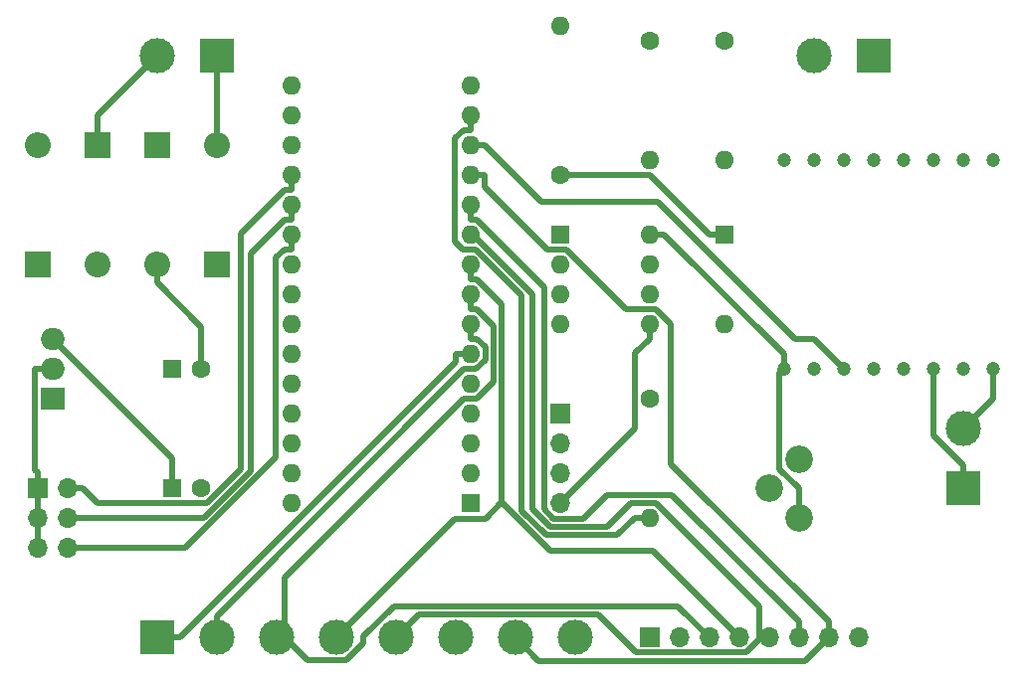
<source format=gbr>
%TF.GenerationSoftware,KiCad,Pcbnew,(6.0.4)*%
%TF.CreationDate,2022-08-02T08:21:37+02:00*%
%TF.ProjectId,DA01,44413031-2e6b-4696-9361-645f70636258,1.1*%
%TF.SameCoordinates,Original*%
%TF.FileFunction,Copper,L2,Bot*%
%TF.FilePolarity,Positive*%
%FSLAX46Y46*%
G04 Gerber Fmt 4.6, Leading zero omitted, Abs format (unit mm)*
G04 Created by KiCad (PCBNEW (6.0.4)) date 2022-08-02 08:21:37*
%MOMM*%
%LPD*%
G01*
G04 APERTURE LIST*
%TA.AperFunction,ComponentPad*%
%ADD10R,1.600000X1.600000*%
%TD*%
%TA.AperFunction,ComponentPad*%
%ADD11O,1.600000X1.600000*%
%TD*%
%TA.AperFunction,ComponentPad*%
%ADD12C,1.600000*%
%TD*%
%TA.AperFunction,ComponentPad*%
%ADD13R,2.200000X2.200000*%
%TD*%
%TA.AperFunction,ComponentPad*%
%ADD14O,2.200000X2.200000*%
%TD*%
%TA.AperFunction,ComponentPad*%
%ADD15R,3.000000X3.000000*%
%TD*%
%TA.AperFunction,ComponentPad*%
%ADD16C,3.000000*%
%TD*%
%TA.AperFunction,ComponentPad*%
%ADD17C,2.340000*%
%TD*%
%TA.AperFunction,ComponentPad*%
%ADD18R,2.000000X1.905000*%
%TD*%
%TA.AperFunction,ComponentPad*%
%ADD19O,2.000000X1.905000*%
%TD*%
%TA.AperFunction,ComponentPad*%
%ADD20C,1.200000*%
%TD*%
%TA.AperFunction,ComponentPad*%
%ADD21R,1.700000X1.700000*%
%TD*%
%TA.AperFunction,ComponentPad*%
%ADD22O,1.700000X1.700000*%
%TD*%
%TA.AperFunction,Conductor*%
%ADD23C,0.500000*%
%TD*%
G04 APERTURE END LIST*
D10*
%TO.P,A1,1*%
%TO.N,Net-(A1-Pad1)*%
X54610000Y-57150000D03*
D11*
%TO.P,A1,2*%
%TO.N,Net-(A1-Pad2)*%
X54610000Y-54610000D03*
%TO.P,A1,3*%
%TO.N,Net-(A1-Pad3)*%
X54610000Y-52070000D03*
%TO.P,A1,4*%
%TO.N,Net-(A1-Pad4)*%
X54610000Y-49530000D03*
%TO.P,A1,5*%
%TO.N,DCC*%
X54610000Y-46990000D03*
%TO.P,A1,6*%
%TO.N,BTN_A1*%
X54610000Y-44450000D03*
%TO.P,A1,7*%
%TO.N,BTN_A2*%
X54610000Y-41910000D03*
%TO.P,A1,8*%
%TO.N,BTN_B1*%
X54610000Y-39370000D03*
%TO.P,A1,9*%
%TO.N,BTN_B2*%
X54610000Y-36830000D03*
%TO.P,A1,10*%
%TO.N,BTN_C1*%
X54610000Y-34290000D03*
%TO.P,A1,11*%
%TO.N,BTN_C2*%
X54610000Y-31750000D03*
%TO.P,A1,12*%
%TO.N,BTN_RAND*%
X54610000Y-29210000D03*
%TO.P,A1,13*%
%TO.N,DFP_RX*%
X54610000Y-26670000D03*
%TO.P,A1,14*%
%TO.N,DFP_TX*%
X54610000Y-24130000D03*
%TO.P,A1,15*%
%TO.N,Net-(A1-Pad15)*%
X54610000Y-21590000D03*
%TO.P,A1,16*%
%TO.N,Net-(A1-Pad16)*%
X39370000Y-21590000D03*
%TO.P,A1,17*%
%TO.N,Net-(A1-Pad17)*%
X39370000Y-24130000D03*
%TO.P,A1,18*%
%TO.N,Net-(A1-Pad18)*%
X39370000Y-26670000D03*
%TO.P,A1,19*%
%TO.N,BTN_MODE_A*%
X39370000Y-29210000D03*
%TO.P,A1,20*%
%TO.N,BTN_MODE_B*%
X39370000Y-31750000D03*
%TO.P,A1,21*%
%TO.N,BTN_MODE_C*%
X39370000Y-34290000D03*
%TO.P,A1,22*%
%TO.N,Net-(A1-Pad22)*%
X39370000Y-36830000D03*
%TO.P,A1,23*%
%TO.N,Net-(A1-Pad23)*%
X39370000Y-39370000D03*
%TO.P,A1,24*%
%TO.N,Net-(A1-Pad24)*%
X39370000Y-41910000D03*
%TO.P,A1,25*%
%TO.N,Net-(A1-Pad25)*%
X39370000Y-44450000D03*
%TO.P,A1,26*%
%TO.N,VOL_POT*%
X39370000Y-46990000D03*
%TO.P,A1,27*%
%TO.N,Net-(A1-Pad27)*%
X39370000Y-49530000D03*
%TO.P,A1,28*%
%TO.N,Net-(A1-Pad28)*%
X39370000Y-52070000D03*
%TO.P,A1,29*%
%TO.N,GND*%
X39370000Y-54610000D03*
%TO.P,A1,30*%
%TO.N,+5V*%
X39370000Y-57150000D03*
%TD*%
D10*
%TO.P,C1,1*%
%TO.N,VCC*%
X29210000Y-45720000D03*
D12*
%TO.P,C1,2*%
%TO.N,GND*%
X31710000Y-45720000D03*
%TD*%
D10*
%TO.P,C2,1*%
%TO.N,+5V*%
X29210000Y-55880000D03*
D12*
%TO.P,C2,2*%
%TO.N,GND*%
X31710000Y-55880000D03*
%TD*%
D13*
%TO.P,D3,1*%
%TO.N,Net-(D1-Pad2)*%
X27940000Y-26670000D03*
D14*
%TO.P,D3,2*%
%TO.N,GND*%
X27940000Y-36830000D03*
%TD*%
D13*
%TO.P,D4,1*%
%TO.N,Net-(D2-Pad2)*%
X22860000Y-26670000D03*
D14*
%TO.P,D4,2*%
%TO.N,GND*%
X22860000Y-36830000D03*
%TD*%
D10*
%TO.P,D5,1*%
%TO.N,Net-(D5-Pad1)*%
X76200000Y-34290000D03*
D11*
%TO.P,D5,2*%
%TO.N,Net-(D5-Pad2)*%
X76200000Y-41910000D03*
%TD*%
D15*
%TO.P,J2,1*%
%TO.N,Net-(D1-Pad2)*%
X33020000Y-19050000D03*
D16*
%TO.P,J2,2*%
%TO.N,Net-(D2-Pad2)*%
X27940000Y-19050000D03*
%TD*%
D15*
%TO.P,J3,1*%
%TO.N,Net-(J3-Pad1)*%
X88900000Y-19050000D03*
D16*
%TO.P,J3,2*%
%TO.N,Net-(D5-Pad2)*%
X83820000Y-19050000D03*
%TD*%
D15*
%TO.P,J6,1*%
%TO.N,Net-(J6-Pad1)*%
X96520000Y-55880000D03*
D16*
%TO.P,J6,2*%
%TO.N,Net-(J6-Pad2)*%
X96520000Y-50800000D03*
%TD*%
D12*
%TO.P,R1,1*%
%TO.N,+5V*%
X69850000Y-17780000D03*
D11*
%TO.P,R1,2*%
%TO.N,Net-(R1-Pad2)*%
X69850000Y-27940000D03*
%TD*%
D12*
%TO.P,R2,1*%
%TO.N,+5V*%
X76200000Y-17780000D03*
D11*
%TO.P,R2,2*%
%TO.N,DCC*%
X76200000Y-27940000D03*
%TD*%
D12*
%TO.P,R3,1*%
%TO.N,Net-(D5-Pad1)*%
X62230000Y-29210000D03*
D11*
%TO.P,R3,2*%
%TO.N,Net-(J3-Pad1)*%
X62230000Y-16510000D03*
%TD*%
D17*
%TO.P,RV1,1*%
%TO.N,+5V*%
X82550000Y-58420000D03*
%TO.P,RV1,2*%
%TO.N,VOL_POT*%
X80050000Y-55920000D03*
%TO.P,RV1,3*%
%TO.N,GND*%
X82550000Y-53420000D03*
%TD*%
D18*
%TO.P,U1,1*%
%TO.N,VCC*%
X19050000Y-48260000D03*
D19*
%TO.P,U1,2*%
%TO.N,GND*%
X19050000Y-45720000D03*
%TO.P,U1,3*%
%TO.N,+5V*%
X19050000Y-43180000D03*
%TD*%
D20*
%TO.P,U3,1*%
%TO.N,+5V*%
X81280000Y-45720000D03*
%TO.P,U3,2*%
%TO.N,Net-(R4-Pad1)*%
X83820000Y-45720000D03*
%TO.P,U3,3*%
%TO.N,DFP_RX*%
X86360000Y-45720000D03*
%TO.P,U3,4*%
%TO.N,Net-(U3-Pad4)*%
X88900000Y-45720000D03*
%TO.P,U3,5*%
%TO.N,Net-(U3-Pad5)*%
X91440000Y-45720000D03*
%TO.P,U3,6*%
%TO.N,Net-(J6-Pad1)*%
X93980000Y-45720000D03*
%TO.P,U3,7*%
%TO.N,GND*%
X96520000Y-45720000D03*
%TO.P,U3,8*%
%TO.N,Net-(J6-Pad2)*%
X99060000Y-45720000D03*
%TO.P,U3,9*%
%TO.N,Net-(U3-Pad9)*%
X99060000Y-27940000D03*
%TO.P,U3,10*%
%TO.N,Net-(U3-Pad10)*%
X96520000Y-27940000D03*
%TO.P,U3,11*%
%TO.N,Net-(U3-Pad11)*%
X93980000Y-27940000D03*
%TO.P,U3,12*%
%TO.N,Net-(U3-Pad12)*%
X91440000Y-27940000D03*
%TO.P,U3,13*%
%TO.N,Net-(U3-Pad13)*%
X88900000Y-27940000D03*
%TO.P,U3,14*%
%TO.N,Net-(U3-Pad14)*%
X86360000Y-27940000D03*
%TO.P,U3,15*%
%TO.N,Net-(U3-Pad15)*%
X83820000Y-27940000D03*
%TO.P,U3,16*%
%TO.N,Net-(U3-Pad16)*%
X81280000Y-27940000D03*
%TD*%
D10*
%TO.P,U2,1*%
%TO.N,Net-(U2-Pad1)*%
X62230000Y-34290000D03*
D11*
%TO.P,U2,2*%
%TO.N,Net-(D5-Pad1)*%
X62230000Y-36830000D03*
%TO.P,U2,3*%
%TO.N,Net-(D5-Pad2)*%
X62230000Y-39370000D03*
%TO.P,U2,4*%
%TO.N,N/C*%
X62230000Y-41910000D03*
%TO.P,U2,5*%
%TO.N,GND*%
X69850000Y-41910000D03*
%TO.P,U2,6*%
%TO.N,DCC*%
X69850000Y-39370000D03*
%TO.P,U2,7*%
%TO.N,Net-(R1-Pad2)*%
X69850000Y-36830000D03*
%TO.P,U2,8*%
%TO.N,+5V*%
X69850000Y-34290000D03*
%TD*%
D13*
%TO.P,D2,1*%
%TO.N,VCC*%
X17780000Y-36830000D03*
D14*
%TO.P,D2,2*%
%TO.N,Net-(D2-Pad2)*%
X17780000Y-26670000D03*
%TD*%
D13*
%TO.P,D1,1*%
%TO.N,VCC*%
X33020000Y-36830000D03*
D14*
%TO.P,D1,2*%
%TO.N,Net-(D1-Pad2)*%
X33020000Y-26670000D03*
%TD*%
D21*
%TO.P,J4,1*%
%TO.N,GND*%
X17780000Y-55880000D03*
D22*
%TO.P,J4,2*%
%TO.N,BTN_MODE_A*%
X20320000Y-55880000D03*
%TO.P,J4,3*%
%TO.N,GND*%
X17780000Y-58420000D03*
%TO.P,J4,4*%
%TO.N,BTN_MODE_B*%
X20320000Y-58420000D03*
%TO.P,J4,5*%
%TO.N,GND*%
X17780000Y-60960000D03*
%TO.P,J4,6*%
%TO.N,BTN_MODE_C*%
X20320000Y-60960000D03*
%TD*%
D21*
%TO.P,J7,1*%
%TO.N,BTN_A1*%
X69850000Y-68580000D03*
D22*
%TO.P,J7,2*%
%TO.N,BTN_A2*%
X72390000Y-68580000D03*
%TO.P,J7,3*%
%TO.N,BTN_B1*%
X74930000Y-68580000D03*
%TO.P,J7,4*%
%TO.N,BTN_B2*%
X77470000Y-68580000D03*
%TO.P,J7,5*%
%TO.N,BTN_C1*%
X80010000Y-68580000D03*
%TO.P,J7,6*%
%TO.N,BTN_C2*%
X82550000Y-68580000D03*
%TO.P,J7,7*%
%TO.N,BTN_RAND*%
X85090000Y-68580000D03*
%TO.P,J7,8*%
%TO.N,GND*%
X87630000Y-68580000D03*
%TD*%
D15*
%TO.P,J5,1*%
%TO.N,BTN_A1*%
X27940000Y-68580000D03*
D16*
%TO.P,J5,2*%
%TO.N,BTN_A2*%
X33020000Y-68580000D03*
%TO.P,J5,3*%
%TO.N,BTN_B1*%
X38100000Y-68580000D03*
%TO.P,J5,4*%
%TO.N,BTN_B2*%
X43180000Y-68580000D03*
%TO.P,J5,5*%
%TO.N,BTN_C1*%
X48260000Y-68580000D03*
%TO.P,J5,6*%
%TO.N,BTN_C2*%
X53340000Y-68580000D03*
%TO.P,J5,7*%
%TO.N,BTN_RAND*%
X58420000Y-68580000D03*
%TO.P,J5,8*%
%TO.N,GND*%
X63500000Y-68580000D03*
%TD*%
D21*
%TO.P,J1,1*%
%TO.N,VCC*%
X62230000Y-49530000D03*
D22*
%TO.P,J1,2*%
%TO.N,Net-(A1-Pad2)*%
X62230000Y-52070000D03*
%TO.P,J1,3*%
%TO.N,Net-(A1-Pad1)*%
X62230000Y-54610000D03*
%TO.P,J1,4*%
%TO.N,GND*%
X62230000Y-57150000D03*
%TD*%
D12*
%TO.P,R4,1*%
%TO.N,Net-(R4-Pad1)*%
X69850000Y-48260000D03*
D11*
%TO.P,R4,2*%
%TO.N,DFP_TX*%
X69850000Y-58420000D03*
%TD*%
D23*
%TO.N,BTN_MODE_A*%
X35065800Y-54308100D02*
X35065800Y-34220600D01*
X21620300Y-55880000D02*
X22871800Y-57131500D01*
X32242400Y-57131500D02*
X35065800Y-54308100D01*
X35065800Y-34220600D02*
X38826100Y-30460300D01*
X22871800Y-57131500D02*
X32242400Y-57131500D01*
X38826100Y-30460300D02*
X39370000Y-30460300D01*
X20320000Y-55880000D02*
X21620300Y-55880000D01*
X39370000Y-29210000D02*
X39370000Y-30460300D01*
%TO.N,BTN_MODE_B*%
X21620300Y-58420000D02*
X31944400Y-58420000D01*
X35921800Y-54442600D02*
X35921800Y-35904600D01*
X31944400Y-58420000D02*
X35921800Y-54442600D01*
X20320000Y-58420000D02*
X21620300Y-58420000D01*
X38826100Y-33000300D02*
X39370000Y-33000300D01*
X35921800Y-35904600D02*
X38826100Y-33000300D01*
X39370000Y-31750000D02*
X39370000Y-33000300D01*
%TO.N,BTN_MODE_C*%
X20320000Y-60960000D02*
X30394900Y-60960000D01*
X39370000Y-34290000D02*
X39370000Y-35540300D01*
X38080400Y-36286000D02*
X38826100Y-35540300D01*
X38080400Y-53274500D02*
X38080400Y-36286000D01*
X38826100Y-35540300D02*
X39370000Y-35540300D01*
X30394900Y-60960000D02*
X38080400Y-53274500D01*
%TO.N,BTN_A1*%
X27940000Y-68580000D02*
X29890300Y-68580000D01*
X54610000Y-44450000D02*
X53359700Y-44450000D01*
X53359700Y-45110600D02*
X53359700Y-44450000D01*
X29890300Y-68580000D02*
X53359700Y-45110600D01*
%TO.N,BTN_A2*%
X55892500Y-44935900D02*
X55892500Y-43900000D01*
X55152800Y-43160300D02*
X54610000Y-43160300D01*
X33020000Y-66800100D02*
X54100100Y-45720000D01*
X33020000Y-68580000D02*
X33020000Y-66800100D01*
X54100100Y-45720000D02*
X55108400Y-45720000D01*
X55892500Y-43900000D02*
X55152800Y-43160300D01*
X55108400Y-45720000D02*
X55892500Y-44935900D01*
X54610000Y-41910000D02*
X54610000Y-43160300D01*
%TO.N,BTN_B1*%
X54610000Y-39370000D02*
X54610000Y-40620300D01*
X56592800Y-42059200D02*
X55153900Y-40620300D01*
X38804300Y-68580000D02*
X38804300Y-63551900D01*
X38804300Y-63551900D02*
X54096200Y-48260000D01*
X45536700Y-69097600D02*
X44100000Y-70534300D01*
X48149800Y-65929300D02*
X45536700Y-68542400D01*
X38804300Y-68580000D02*
X38100000Y-68580000D01*
X56592800Y-46854100D02*
X56592800Y-42059200D01*
X40758600Y-70534300D02*
X38804300Y-68580000D01*
X44100000Y-70534300D02*
X40758600Y-70534300D01*
X54096200Y-48260000D02*
X55186900Y-48260000D01*
X74930000Y-68580000D02*
X72279300Y-65929300D01*
X55186900Y-48260000D02*
X56592800Y-46854100D01*
X55153900Y-40620300D02*
X54610000Y-40620300D01*
X45536700Y-68542400D02*
X45536700Y-69097600D01*
X72279300Y-65929300D02*
X48149800Y-65929300D01*
%TO.N,BTN_B2*%
X55162200Y-38080300D02*
X54610000Y-38080300D01*
X53260600Y-58499400D02*
X55892500Y-58499400D01*
X61432700Y-61238400D02*
X70128400Y-61238400D01*
X70128400Y-61238400D02*
X77470000Y-68580000D01*
X57293100Y-57098800D02*
X57293100Y-40211200D01*
X54610000Y-36830000D02*
X54610000Y-38080300D01*
X43180000Y-68580000D02*
X53260600Y-58499400D01*
X57293100Y-40211200D02*
X55162200Y-38080300D01*
X57293100Y-57098800D02*
X61432700Y-61238400D01*
X55892500Y-58499400D02*
X57293100Y-57098800D01*
%TO.N,BTN_C1*%
X79215100Y-68735700D02*
X78070500Y-69880300D01*
X78070500Y-69880300D02*
X68742500Y-69880300D01*
X79215100Y-68580000D02*
X79215100Y-68735700D01*
X61418600Y-59179400D02*
X66257400Y-59179400D01*
X80010000Y-68580000D02*
X79215100Y-68580000D01*
X65491800Y-66629600D02*
X50210400Y-66629600D01*
X68742500Y-69880300D02*
X65491800Y-66629600D01*
X79215100Y-66008000D02*
X79215100Y-68580000D01*
X59911900Y-57672700D02*
X61418600Y-59179400D01*
X70373900Y-57166800D02*
X79215100Y-66008000D01*
X68270000Y-57166800D02*
X70373900Y-57166800D01*
X50210400Y-66629600D02*
X48260000Y-68580000D01*
X66257400Y-59179400D02*
X68270000Y-57166800D01*
X54847100Y-34290000D02*
X59911900Y-39354800D01*
X54610000Y-34290000D02*
X54847100Y-34290000D01*
X59911900Y-39354800D02*
X59911900Y-57672700D01*
%TO.N,BTN_C2*%
X66221400Y-56466400D02*
X64208800Y-58479000D01*
X82550000Y-67279700D02*
X71736700Y-56466400D01*
X61708800Y-58479000D02*
X60929600Y-57699800D01*
X55153900Y-33000300D02*
X54610000Y-33000300D01*
X60929600Y-38776000D02*
X55153900Y-33000300D01*
X82550000Y-68580000D02*
X82550000Y-67279700D01*
X71736700Y-56466400D02*
X66221400Y-56466400D01*
X64208800Y-58479000D02*
X61708800Y-58479000D01*
X60929600Y-57699800D02*
X60929600Y-38776000D01*
X54610000Y-31750000D02*
X54610000Y-33000300D01*
%TO.N,BTN_RAND*%
X71630200Y-41911700D02*
X70358500Y-40640000D01*
X55860300Y-30225500D02*
X55860300Y-29210000D01*
X70358500Y-40640000D02*
X67840200Y-40640000D01*
X85090000Y-67981800D02*
X85090000Y-67279700D01*
X67840200Y-40640000D02*
X62740600Y-35540400D01*
X54610000Y-29210000D02*
X55860300Y-29210000D01*
X61175200Y-35540400D02*
X55860300Y-30225500D01*
X83065800Y-70604200D02*
X60444200Y-70604200D01*
X85090000Y-67981800D02*
X85090000Y-68580000D01*
X62740600Y-35540400D02*
X61175200Y-35540400D01*
X71630200Y-53819900D02*
X71630200Y-41911700D01*
X85090000Y-68580000D02*
X83065800Y-70604200D01*
X60444200Y-70604200D02*
X58420000Y-68580000D01*
X85090000Y-67279700D02*
X71630200Y-53819900D01*
%TO.N,DFP_RX*%
X83822000Y-43182000D02*
X82240000Y-43182000D01*
X86360000Y-45720000D02*
X83822000Y-43182000D01*
X70544300Y-31486300D02*
X60676600Y-31486300D01*
X60676600Y-31486300D02*
X55860300Y-26670000D01*
X82240000Y-43182000D02*
X70544300Y-31486300D01*
X54610000Y-26670000D02*
X55860300Y-26670000D01*
%TO.N,GND*%
X17780000Y-55880000D02*
X17780000Y-54579700D01*
X69850000Y-43160300D02*
X68599700Y-44410600D01*
X31710000Y-45720000D02*
X31710000Y-42150300D01*
X68599700Y-50780300D02*
X62230000Y-57150000D01*
X19050000Y-45720000D02*
X17599700Y-45720000D01*
X68599700Y-44410600D02*
X68599700Y-50780300D01*
X17599700Y-54399400D02*
X17780000Y-54579700D01*
X27940000Y-36830000D02*
X27940000Y-38380300D01*
X31710000Y-42150300D02*
X27940000Y-38380300D01*
X17780000Y-58420000D02*
X17780000Y-55880000D01*
X69850000Y-41910000D02*
X69850000Y-43160300D01*
X17599700Y-45720000D02*
X17599700Y-54399400D01*
X17780000Y-60960000D02*
X17780000Y-58420000D01*
%TO.N,DFP_TX*%
X54610000Y-24130000D02*
X54610000Y-25380300D01*
X55112200Y-35560000D02*
X58995300Y-39443100D01*
X54066100Y-25380300D02*
X53320400Y-26126000D01*
X53320400Y-34863600D02*
X54016800Y-35560000D01*
X53320400Y-26126000D02*
X53320400Y-34863600D01*
X69850000Y-58420000D02*
X68599700Y-58420000D01*
X58995300Y-57810500D02*
X61072200Y-59887400D01*
X54610000Y-25380300D02*
X54066100Y-25380300D01*
X67132300Y-59887400D02*
X68599700Y-58420000D01*
X58995300Y-39443100D02*
X58995300Y-57810500D01*
X61072200Y-59887400D02*
X67132300Y-59887400D01*
X54016800Y-35560000D02*
X55112200Y-35560000D01*
%TO.N,+5V*%
X80911400Y-46088600D02*
X80911400Y-54281300D01*
X29210000Y-53340000D02*
X29210000Y-55880000D01*
X71100300Y-34290000D02*
X81280000Y-44469700D01*
X69850000Y-34290000D02*
X71100300Y-34290000D01*
X81280000Y-44469700D02*
X81280000Y-45720000D01*
X81280000Y-45720000D02*
X80911400Y-46088600D01*
X82550000Y-55919900D02*
X82550000Y-58420000D01*
X19050000Y-43180000D02*
X29210000Y-53340000D01*
X80911400Y-54281300D02*
X82550000Y-55919900D01*
%TO.N,Net-(D1-Pad2)*%
X33020000Y-19050000D02*
X33020000Y-26670000D01*
%TO.N,Net-(D2-Pad2)*%
X27940000Y-19050000D02*
X22860000Y-24130000D01*
X22860000Y-24130000D02*
X22860000Y-26670000D01*
%TO.N,Net-(D5-Pad1)*%
X69869700Y-29210000D02*
X74949700Y-34290000D01*
X76200000Y-34290000D02*
X74949700Y-34290000D01*
X62230000Y-29210000D02*
X69869700Y-29210000D01*
%TO.N,Net-(J6-Pad2)*%
X99060000Y-48260000D02*
X96520000Y-50800000D01*
X99060000Y-45720000D02*
X99060000Y-48260000D01*
%TO.N,Net-(J6-Pad1)*%
X93980000Y-51389700D02*
X96520000Y-53929700D01*
X93980000Y-45720000D02*
X93980000Y-51389700D01*
X96520000Y-55880000D02*
X96520000Y-53929700D01*
%TD*%
M02*

</source>
